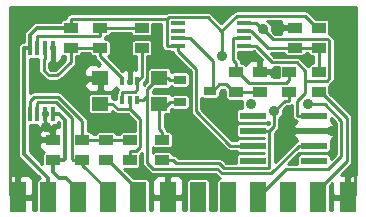
<source format=gtl>
%FSLAX46Y46*%
G04 Gerber Fmt 4.6, Leading zero omitted, Abs format (unit mm)*
G04 Created by KiCad (PCBNEW (2014-09-02 BZR 5112)-product) date 2014-10-14 1:14:18 PM*
%MOMM*%
G01*
G04 APERTURE LIST*
%ADD10C,0.150000*%
%ADD11R,0.299720X1.300480*%
%ADD12R,1.300480X0.299720*%
%ADD13R,0.398780X0.797560*%
%ADD14R,1.000760X0.701040*%
%ADD15R,2.199640X0.599440*%
%ADD16R,1.397000X1.143000*%
%ADD17R,1.143000X0.812800*%
%ADD18R,1.350000X2.500000*%
%ADD19C,0.889000*%
%ADD20C,0.355600*%
%ADD21C,0.254000*%
G04 APERTURE END LIST*
D10*
D11*
X143544600Y-90944000D03*
X144179600Y-90944000D03*
X144840000Y-90944000D03*
X145475000Y-90944000D03*
X145475000Y-85356000D03*
X144827300Y-85356000D03*
X144179600Y-85356000D03*
X143531900Y-85356000D03*
D12*
X161694000Y-85205400D03*
X161694000Y-84570400D03*
X161694000Y-83910000D03*
X161694000Y-83275000D03*
X156106000Y-83275000D03*
X156106000Y-83922700D03*
X156106000Y-84570400D03*
X156106000Y-85218100D03*
D13*
X151352300Y-89797560D03*
X152000000Y-89797560D03*
X152647700Y-89797560D03*
X152647700Y-88202440D03*
X152000000Y-88202440D03*
X151352300Y-88202440D03*
D14*
X158770000Y-89000000D03*
X156230000Y-89952500D03*
X156230000Y-88047500D03*
D15*
X167598420Y-94905000D03*
X167598420Y-93635000D03*
X167598420Y-92365000D03*
X167598420Y-91095000D03*
X162401580Y-91095000D03*
X162401580Y-92365000D03*
X162401580Y-93635000D03*
X162401580Y-94905000D03*
D16*
X154500000Y-87920500D03*
X154500000Y-90079500D03*
X149500000Y-87920500D03*
X149500000Y-90079500D03*
D17*
X150000000Y-94850900D03*
X150000000Y-93149100D03*
X149500000Y-85350900D03*
X149500000Y-83649100D03*
X153000000Y-83649100D03*
X153000000Y-85350900D03*
X147000000Y-85350900D03*
X147000000Y-83649100D03*
X152000000Y-93149100D03*
X152000000Y-94850900D03*
X148000000Y-93149100D03*
X148000000Y-94850900D03*
X154750000Y-93149100D03*
X154750000Y-94850900D03*
X145500000Y-93149100D03*
X145500000Y-94850900D03*
X161000000Y-87399100D03*
X161000000Y-89100900D03*
X168000000Y-89100900D03*
X168000000Y-87399100D03*
X166000000Y-83649100D03*
X166000000Y-85350900D03*
X168000000Y-85350900D03*
X168000000Y-83649100D03*
X163000000Y-87399100D03*
X163000000Y-89100900D03*
X165500000Y-87399100D03*
X165500000Y-89100900D03*
D18*
X142530000Y-98000000D03*
X145070000Y-98000000D03*
X147610000Y-98000000D03*
X150150000Y-98000000D03*
X152690000Y-98000000D03*
X155230000Y-98000000D03*
X157770000Y-98000000D03*
X160310000Y-98000000D03*
X162850000Y-98000000D03*
X165390000Y-98000000D03*
X167930000Y-98000000D03*
X170470000Y-98000000D03*
D19*
X159819000Y-86017500D03*
X163266000Y-83778800D03*
X144920120Y-92099687D03*
X155500000Y-92000000D03*
X151975000Y-87025000D03*
X145500000Y-86925000D03*
X159800000Y-91831600D03*
X159025000Y-96362600D03*
X164281000Y-87550000D03*
X167024000Y-86263400D03*
X164371000Y-83413400D03*
X159825000Y-89825000D03*
X147600000Y-88950000D03*
X169150000Y-92400000D03*
X167051000Y-90121100D03*
X164215000Y-90725900D03*
X162242000Y-90127500D03*
D20*
X143531900Y-85356000D02*
X143531900Y-84304966D01*
X143531900Y-84304966D02*
X144187766Y-83649100D01*
X144187766Y-83649100D02*
X146072900Y-83649100D01*
X146072900Y-83649100D02*
X147000000Y-83649100D01*
X145070000Y-98000000D02*
X145070000Y-96394400D01*
X145070000Y-96394400D02*
X143013739Y-94338139D01*
X143013739Y-94338139D02*
X143013739Y-85368701D01*
X143013739Y-85368701D02*
X143026440Y-85356000D01*
X143026440Y-85356000D02*
X143531900Y-85356000D01*
D21*
X155295000Y-82794500D02*
X155125000Y-82964600D01*
X158624000Y-82794500D02*
X155295000Y-82794500D01*
X159757000Y-83927700D02*
X158624000Y-82794500D01*
X159819000Y-83989700D02*
X159757000Y-83927700D01*
X159819000Y-86017500D02*
X159819000Y-83989700D01*
X155125000Y-85218100D02*
X156106000Y-85218100D01*
X155125000Y-82964600D02*
X155125000Y-85218100D01*
X155073000Y-82912200D02*
X155125000Y-82964600D01*
X147000000Y-82912200D02*
X155073000Y-82912200D01*
X147000000Y-83649100D02*
X147000000Y-82912200D01*
X156106000Y-85622000D02*
X156106000Y-85218100D01*
X157615000Y-87131300D02*
X156106000Y-85622000D01*
X157615000Y-90743500D02*
X157615000Y-87131300D01*
X160507000Y-93635000D02*
X157615000Y-90743500D01*
X162401600Y-93635000D02*
X160507000Y-93635000D01*
X161046000Y-82638700D02*
X159757000Y-83927700D01*
X166825000Y-82638700D02*
X161046000Y-82638700D01*
X167835000Y-83649100D02*
X166825000Y-82638700D01*
X168000000Y-83649100D02*
X167835000Y-83649100D01*
X162402000Y-93635000D02*
X162401600Y-93635000D01*
X143532000Y-85356000D02*
X143532000Y-84865600D01*
X143531900Y-84865700D02*
X143531900Y-85356000D01*
X143532000Y-84865600D02*
X143531900Y-84865700D01*
D20*
X145475000Y-90944000D02*
X145980460Y-90944000D01*
X145980460Y-90944000D02*
X146500000Y-91463540D01*
X146500000Y-91463540D02*
X146500000Y-94778000D01*
X146500000Y-94778000D02*
X146427100Y-94850900D01*
X146427100Y-94850900D02*
X145500000Y-94850900D01*
X145500000Y-94850900D02*
X145500000Y-95890000D01*
X146004400Y-96394400D02*
X146579400Y-96394400D01*
X145500000Y-95890000D02*
X146004400Y-96394400D01*
X146579400Y-96394400D02*
X147610000Y-97425000D01*
X147610000Y-97425000D02*
X147610000Y-98000000D01*
D21*
X163178000Y-83778800D02*
X163266000Y-83778800D01*
X162675000Y-83275000D02*
X163178000Y-83778800D01*
X161694000Y-83275000D02*
X162675000Y-83275000D01*
X166868000Y-87307200D02*
X166868000Y-88136100D01*
X166129000Y-86567900D02*
X166868000Y-87307200D01*
X164037000Y-86567900D02*
X166129000Y-86567900D01*
X162675000Y-85205400D02*
X164037000Y-86567900D01*
X161694000Y-85205400D02*
X162675000Y-85205400D01*
X168711000Y-88136100D02*
X166868000Y-88136100D01*
X168902000Y-87945400D02*
X168711000Y-88136100D01*
X168902000Y-84769500D02*
X168902000Y-87945400D01*
X168746000Y-84613900D02*
X168902000Y-84769500D01*
X164101000Y-84613900D02*
X168746000Y-84613900D01*
X163266000Y-83778800D02*
X164101000Y-84613900D01*
X166868000Y-89207700D02*
X166868000Y-88136100D01*
X166168000Y-89907700D02*
X166868000Y-89207700D01*
X166168000Y-91095000D02*
X166168000Y-89907700D01*
X167598000Y-91095000D02*
X166168000Y-91095000D01*
X167598000Y-91095000D02*
X167598400Y-91095000D01*
X145576000Y-90944000D02*
X145475000Y-90944000D01*
X144840000Y-90944000D02*
X144840000Y-92019567D01*
X144840000Y-92019567D02*
X144920120Y-92099687D01*
X145500000Y-93149100D02*
X145500000Y-92679567D01*
X145500000Y-92679567D02*
X144920120Y-92099687D01*
X141900000Y-82100000D02*
X141900000Y-97795000D01*
X142050000Y-81950000D02*
X141900000Y-82100000D01*
X170950000Y-81950000D02*
X142050000Y-81950000D01*
X171100000Y-82100000D02*
X170950000Y-81950000D01*
X171100000Y-97795000D02*
X171100000Y-82100000D01*
X152000000Y-87050000D02*
X151975000Y-87025000D01*
X152000000Y-88202400D02*
X152000000Y-87050000D01*
X145475000Y-86900000D02*
X145500000Y-86925000D01*
X145475000Y-85356000D02*
X145475000Y-86900000D01*
X159800000Y-89850000D02*
X159825000Y-89825000D01*
X159800000Y-91675000D02*
X159800000Y-89850000D01*
X164130000Y-87399100D02*
X164281000Y-87550000D01*
X163000000Y-87399100D02*
X164130000Y-87399100D01*
X164606000Y-83649100D02*
X164371000Y-83413400D01*
X166000000Y-83649100D02*
X164606000Y-83649100D01*
X148630000Y-87920500D02*
X147600000Y-88950000D01*
X149500000Y-87920500D02*
X148630000Y-87920500D01*
X167598000Y-92365000D02*
X167598400Y-92365000D01*
X169115000Y-92365000D02*
X169150000Y-92400000D01*
X167598400Y-92365000D02*
X169115000Y-92365000D01*
X148000000Y-95275000D02*
X148000000Y-94850900D01*
X150150000Y-97425000D02*
X148000000Y-95275000D01*
X150150000Y-98000000D02*
X150150000Y-97425000D01*
X144180000Y-90944000D02*
X144180000Y-90491900D01*
X147174000Y-94850900D02*
X148000000Y-94850900D01*
X147098000Y-94774700D02*
X147174000Y-94850900D01*
X147098000Y-91290000D02*
X147098000Y-94774700D01*
X145758000Y-89949900D02*
X147098000Y-91290000D01*
X144269000Y-89949900D02*
X145758000Y-89949900D01*
X144180000Y-90039800D02*
X144269000Y-89949900D01*
X144180000Y-90491900D02*
X144180000Y-90039800D01*
X144179600Y-90492300D02*
X144179600Y-90944000D01*
X144180000Y-90491900D02*
X144179600Y-90492300D01*
X168508000Y-90121100D02*
X167051000Y-90121100D01*
X169925000Y-91538300D02*
X168508000Y-90121100D01*
X169925000Y-94525300D02*
X169925000Y-91538300D01*
X168800000Y-95650000D02*
X169925000Y-94525300D01*
X165200000Y-95650000D02*
X168800000Y-95650000D01*
X162850000Y-98000000D02*
X165200000Y-95650000D01*
X164215000Y-91981900D02*
X163832000Y-92365000D01*
X164215000Y-90725900D02*
X164215000Y-91981900D01*
X165103000Y-89837800D02*
X164215000Y-90725900D01*
X165500000Y-89837800D02*
X165103000Y-89837800D01*
X165500000Y-89100900D02*
X165500000Y-89837800D01*
X163832000Y-95468900D02*
X163832000Y-92365000D01*
X163766000Y-95534900D02*
X163832000Y-95468900D01*
X159985000Y-95534900D02*
X163766000Y-95534900D01*
X159581000Y-95130700D02*
X159985000Y-95534900D01*
X155932000Y-95130700D02*
X159581000Y-95130700D01*
X155652000Y-94850900D02*
X155932000Y-95130700D01*
X154750000Y-94850900D02*
X155652000Y-94850900D01*
X162402000Y-92365000D02*
X163832000Y-92365000D01*
X162402000Y-92365000D02*
X162401600Y-92365000D01*
X168165000Y-89100900D02*
X168000000Y-89100900D01*
X170382000Y-91317700D02*
X168165000Y-89100900D01*
X170382000Y-94973100D02*
X170382000Y-91317700D01*
X167930000Y-97425000D02*
X170382000Y-94973100D01*
X167930000Y-98000000D02*
X167930000Y-97425000D01*
X150000000Y-93149100D02*
X148000000Y-93149100D01*
X152000000Y-93149100D02*
X150000000Y-93149100D01*
X143545000Y-90944000D02*
X143545000Y-90398700D01*
X148000000Y-91545100D02*
X148000000Y-93149100D01*
X145948000Y-89492700D02*
X148000000Y-91545100D01*
X143905000Y-89492700D02*
X145948000Y-89492700D01*
X143545000Y-89853500D02*
X143905000Y-89492700D01*
X143545000Y-90398700D02*
X143545000Y-89853500D01*
X143544600Y-90399100D02*
X143544600Y-90944000D01*
X143545000Y-90398700D02*
X143544600Y-90399100D01*
X147000000Y-85350900D02*
X149500000Y-85350900D01*
X151352000Y-88202400D02*
X151352000Y-88071200D01*
X149500000Y-86087800D02*
X149500000Y-85350900D01*
X151352000Y-87940100D02*
X149500000Y-86087800D01*
X151352000Y-88071200D02*
X151352000Y-87940100D01*
X151352300Y-88071500D02*
X151352300Y-88202400D01*
X151352000Y-88071200D02*
X151352300Y-88071500D01*
X144827000Y-86260200D02*
X144827000Y-85808100D01*
X144725000Y-86362200D02*
X144827000Y-86260200D01*
X144725000Y-87296900D02*
X144725000Y-86362200D01*
X145128000Y-87699700D02*
X144725000Y-87296900D01*
X145872000Y-87699700D02*
X145128000Y-87699700D01*
X147000000Y-86571600D02*
X145872000Y-87699700D01*
X147000000Y-85350900D02*
X147000000Y-86571600D01*
X144827000Y-85808100D02*
X144827000Y-85356000D01*
X144827300Y-85807800D02*
X144827300Y-85356000D01*
X144827000Y-85808100D02*
X144827300Y-85807800D01*
X153000000Y-83649100D02*
X149500000Y-83649100D01*
X144180000Y-85356000D02*
X144180000Y-84865600D01*
X149500000Y-84386000D02*
X149500000Y-83649100D01*
X146093000Y-84386000D02*
X149500000Y-84386000D01*
X146083000Y-84375300D02*
X146093000Y-84386000D01*
X144180000Y-84375300D02*
X146083000Y-84375300D01*
X144180000Y-84865600D02*
X144180000Y-84375300D01*
X144179600Y-84866000D02*
X144179600Y-85356000D01*
X144180000Y-84865600D02*
X144179600Y-84866000D01*
X166000000Y-85350900D02*
X168000000Y-85350900D01*
X168000000Y-87399100D02*
X168000000Y-85350900D01*
X162301000Y-83910000D02*
X161694000Y-83910000D01*
X163742000Y-85350900D02*
X162301000Y-83910000D01*
X166000000Y-85350900D02*
X163742000Y-85350900D01*
X153471000Y-89427800D02*
X153471000Y-88822600D01*
X154373000Y-87920500D02*
X154500000Y-87920500D01*
X153471000Y-88822600D02*
X154373000Y-87920500D01*
X155272000Y-87920500D02*
X154500000Y-87920500D01*
X155399000Y-88047500D02*
X155272000Y-87920500D01*
X156230000Y-88047500D02*
X155399000Y-88047500D01*
X153471000Y-95074000D02*
X153471000Y-89427800D01*
X153985000Y-95587900D02*
X153471000Y-95074000D01*
X159391000Y-95587900D02*
X153985000Y-95587900D01*
X159796000Y-95992100D02*
X159391000Y-95587900D01*
X163955000Y-95992100D02*
X159796000Y-95992100D01*
X166312000Y-93635000D02*
X163955000Y-95992100D01*
X167598000Y-93635000D02*
X166312000Y-93635000D01*
X153471000Y-89427800D02*
X153471000Y-88822600D01*
X153101000Y-89797600D02*
X153471000Y-89427800D01*
X152648000Y-89797600D02*
X153101000Y-89797600D01*
X152648000Y-89797600D02*
X152647700Y-89797600D01*
X167598400Y-93635000D02*
X167598000Y-93635000D01*
X154500000Y-92238700D02*
X154500000Y-90530500D01*
X154750000Y-92488700D02*
X154500000Y-92238700D01*
X154750000Y-93149100D02*
X154750000Y-92488700D01*
X155399000Y-89952500D02*
X156230000Y-89952500D01*
X154821000Y-90530500D02*
X155399000Y-89952500D01*
X154500000Y-90530500D02*
X154821000Y-90530500D01*
X154500000Y-90079500D02*
X154500000Y-90530500D01*
X160713000Y-84570400D02*
X161694000Y-84570400D01*
X160713000Y-86375500D02*
X160713000Y-84570400D01*
X161000000Y-86662200D02*
X160713000Y-86375500D01*
X161000000Y-87399100D02*
X161000000Y-86662200D01*
X161165000Y-87399100D02*
X161000000Y-87399100D01*
X162091000Y-88324700D02*
X161165000Y-87399100D01*
X165235000Y-88324700D02*
X162091000Y-88324700D01*
X165500000Y-88059500D02*
X165235000Y-88324700D01*
X165500000Y-87399100D02*
X165500000Y-88059500D01*
X157087000Y-84570400D02*
X156106000Y-84570400D01*
X159036000Y-86520000D02*
X157087000Y-84570400D01*
X159036000Y-89000000D02*
X159036000Y-86520000D01*
X158770000Y-89000000D02*
X159036000Y-89000000D01*
X163000000Y-89100900D02*
X161000000Y-89100900D01*
X159596000Y-88440500D02*
X159036000Y-89000000D01*
X160174000Y-88440500D02*
X159596000Y-88440500D01*
X160835000Y-89100900D02*
X160174000Y-88440500D01*
X161000000Y-89100900D02*
X160835000Y-89100900D01*
X153000000Y-87850400D02*
X152824000Y-88026400D01*
X153000000Y-85350900D02*
X153000000Y-87850400D01*
X152823700Y-88026400D02*
X152647700Y-88202400D01*
X152824000Y-88026400D02*
X152823700Y-88026400D01*
X151352000Y-89144800D02*
X151352000Y-89308000D01*
X151429000Y-89068600D02*
X151352000Y-89144800D01*
X152434000Y-89068600D02*
X151429000Y-89068600D01*
X152648000Y-88855200D02*
X152434000Y-89068600D01*
X152648000Y-88202400D02*
X152648000Y-88855200D01*
X152824000Y-88026400D02*
X152648000Y-88202400D01*
X151352000Y-89308000D02*
X151352000Y-89471200D01*
X151352300Y-89308300D02*
X151352300Y-89797600D01*
X151352000Y-89308000D02*
X151352300Y-89308300D01*
X152000000Y-90527000D02*
X152000000Y-89797600D01*
X150976000Y-90527000D02*
X152000000Y-90527000D01*
X150529000Y-90079500D02*
X150976000Y-90527000D01*
X149500000Y-90079500D02*
X150529000Y-90079500D01*
X152902000Y-91429100D02*
X152000000Y-90527000D01*
X152902000Y-93764600D02*
X152902000Y-91429100D01*
X152553000Y-94114000D02*
X152902000Y-93764600D01*
X152000000Y-94114000D02*
X152553000Y-94114000D01*
X152000000Y-94850900D02*
X152000000Y-94114000D01*
X152690000Y-97375800D02*
X152690000Y-98000000D01*
X150165000Y-94850900D02*
X152690000Y-97375800D01*
X150000000Y-94850900D02*
X150165000Y-94850900D01*
X149835000Y-94850900D02*
X150000000Y-94850900D01*
G36*
X144987000Y-91071000D02*
X144914930Y-91071000D01*
X144914930Y-91091000D01*
X144765070Y-91091000D01*
X144765070Y-91071000D01*
X144693000Y-91071000D01*
X144693000Y-90817000D01*
X144765070Y-90817000D01*
X144765070Y-90797000D01*
X144914930Y-90797000D01*
X144914930Y-90817000D01*
X144987000Y-90817000D01*
X144987000Y-90843449D01*
X144967000Y-90944000D01*
X144987000Y-91044550D01*
X144987000Y-91071000D01*
X144987000Y-91071000D01*
G37*
X144987000Y-91071000D02*
X144914930Y-91071000D01*
X144914930Y-91091000D01*
X144765070Y-91091000D01*
X144765070Y-91071000D01*
X144693000Y-91071000D01*
X144693000Y-90817000D01*
X144765070Y-90817000D01*
X144765070Y-90797000D01*
X144914930Y-90797000D01*
X144914930Y-90817000D01*
X144987000Y-90817000D01*
X144987000Y-90843449D01*
X144967000Y-90944000D01*
X144987000Y-91044550D01*
X144987000Y-91071000D01*
G36*
X145992000Y-92107700D02*
X145945191Y-92107700D01*
X145785750Y-92107700D01*
X145627000Y-92266450D01*
X145627000Y-93022100D01*
X145647000Y-93022100D01*
X145647000Y-93276100D01*
X145627000Y-93276100D01*
X145627000Y-93296100D01*
X145373000Y-93296100D01*
X145373000Y-93276100D01*
X144452250Y-93276100D01*
X144293500Y-93434850D01*
X144293500Y-93681809D01*
X144390173Y-93915198D01*
X144568801Y-94093827D01*
X144740910Y-94165116D01*
X144648570Y-94257457D01*
X144598300Y-94378819D01*
X144598300Y-94510181D01*
X144598300Y-95204280D01*
X143521739Y-94127719D01*
X143521739Y-91924440D01*
X143760141Y-91924440D01*
X143862100Y-91882207D01*
X143964059Y-91924440D01*
X144095421Y-91924440D01*
X144139594Y-91924440D01*
X144151813Y-91953939D01*
X144330442Y-92132567D01*
X144549761Y-92223412D01*
X144390173Y-92383002D01*
X144293500Y-92616391D01*
X144293500Y-92863350D01*
X144452250Y-93022100D01*
X145373000Y-93022100D01*
X145373000Y-92266450D01*
X145271464Y-92164914D01*
X145349558Y-92132567D01*
X145528187Y-91953939D01*
X145540405Y-91924440D01*
X145690541Y-91924440D01*
X145811903Y-91874170D01*
X145904790Y-91781283D01*
X145955060Y-91659921D01*
X145955060Y-91637020D01*
X145992000Y-91673960D01*
X145992000Y-92107700D01*
X145992000Y-92107700D01*
G37*
X145992000Y-92107700D02*
X145945191Y-92107700D01*
X145785750Y-92107700D01*
X145627000Y-92266450D01*
X145627000Y-93022100D01*
X145647000Y-93022100D01*
X145647000Y-93276100D01*
X145627000Y-93276100D01*
X145627000Y-93296100D01*
X145373000Y-93296100D01*
X145373000Y-93276100D01*
X144452250Y-93276100D01*
X144293500Y-93434850D01*
X144293500Y-93681809D01*
X144390173Y-93915198D01*
X144568801Y-94093827D01*
X144740910Y-94165116D01*
X144648570Y-94257457D01*
X144598300Y-94378819D01*
X144598300Y-94510181D01*
X144598300Y-95204280D01*
X143521739Y-94127719D01*
X143521739Y-91924440D01*
X143760141Y-91924440D01*
X143862100Y-91882207D01*
X143964059Y-91924440D01*
X144095421Y-91924440D01*
X144139594Y-91924440D01*
X144151813Y-91953939D01*
X144330442Y-92132567D01*
X144549761Y-92223412D01*
X144390173Y-92383002D01*
X144293500Y-92616391D01*
X144293500Y-92863350D01*
X144452250Y-93022100D01*
X145373000Y-93022100D01*
X145373000Y-92266450D01*
X145271464Y-92164914D01*
X145349558Y-92132567D01*
X145528187Y-91953939D01*
X145540405Y-91924440D01*
X145690541Y-91924440D01*
X145811903Y-91874170D01*
X145904790Y-91781283D01*
X145955060Y-91659921D01*
X145955060Y-91637020D01*
X145992000Y-91673960D01*
X145992000Y-92107700D01*
G36*
X146542800Y-86382233D02*
X145682609Y-87242500D01*
X145317311Y-87242500D01*
X145182200Y-87107455D01*
X145182200Y-86634351D01*
X145198831Y-86641240D01*
X145241320Y-86641240D01*
X145400070Y-86482490D01*
X145400070Y-85483000D01*
X145328000Y-85483000D01*
X145328000Y-85229000D01*
X145400070Y-85229000D01*
X145400070Y-85209000D01*
X145549930Y-85209000D01*
X145549930Y-85229000D01*
X145622000Y-85229000D01*
X145622000Y-85483000D01*
X145549930Y-85483000D01*
X145549930Y-86482490D01*
X145708680Y-86641240D01*
X145751169Y-86641240D01*
X145984558Y-86544567D01*
X146163187Y-86365939D01*
X146259860Y-86132550D01*
X146259860Y-86044852D01*
X146362819Y-86087500D01*
X146494181Y-86087500D01*
X146542800Y-86087500D01*
X146542800Y-86382233D01*
X146542800Y-86382233D01*
G37*
X146542800Y-86382233D02*
X145682609Y-87242500D01*
X145317311Y-87242500D01*
X145182200Y-87107455D01*
X145182200Y-86634351D01*
X145198831Y-86641240D01*
X145241320Y-86641240D01*
X145400070Y-86482490D01*
X145400070Y-85483000D01*
X145328000Y-85483000D01*
X145328000Y-85229000D01*
X145400070Y-85229000D01*
X145400070Y-85209000D01*
X145549930Y-85209000D01*
X145549930Y-85229000D01*
X145622000Y-85229000D01*
X145622000Y-85483000D01*
X145549930Y-85483000D01*
X145549930Y-86482490D01*
X145708680Y-86641240D01*
X145751169Y-86641240D01*
X145984558Y-86544567D01*
X146163187Y-86365939D01*
X146259860Y-86132550D01*
X146259860Y-86044852D01*
X146362819Y-86087500D01*
X146494181Y-86087500D01*
X146542800Y-86087500D01*
X146542800Y-86382233D01*
G36*
X152444800Y-92412500D02*
X151362819Y-92412500D01*
X151241457Y-92462770D01*
X151148570Y-92555657D01*
X151098300Y-92677019D01*
X151098300Y-92691900D01*
X150901700Y-92691900D01*
X150901700Y-92677019D01*
X150851430Y-92555657D01*
X150758543Y-92462770D01*
X150637181Y-92412500D01*
X150505819Y-92412500D01*
X149362819Y-92412500D01*
X149241457Y-92462770D01*
X149148570Y-92555657D01*
X149098300Y-92677019D01*
X149098300Y-92691900D01*
X148901700Y-92691900D01*
X148901700Y-92677019D01*
X148851430Y-92555657D01*
X148758543Y-92462770D01*
X148637181Y-92412500D01*
X148505819Y-92412500D01*
X148457200Y-92412500D01*
X148457200Y-91545144D01*
X148457200Y-91545100D01*
X148439899Y-91458121D01*
X148422415Y-91370178D01*
X148422402Y-91370159D01*
X148422398Y-91370137D01*
X148374903Y-91299057D01*
X148323321Y-91221842D01*
X146271321Y-89169442D01*
X146271300Y-89169428D01*
X146271289Y-89169411D01*
X146200043Y-89121805D01*
X146123004Y-89070319D01*
X146122981Y-89070314D01*
X146122963Y-89070302D01*
X146036047Y-89053013D01*
X145948045Y-89035500D01*
X145948022Y-89035504D01*
X145948000Y-89035500D01*
X143905000Y-89035500D01*
X143904744Y-89035550D01*
X143904493Y-89035501D01*
X143817406Y-89052923D01*
X143730037Y-89070302D01*
X143729823Y-89070444D01*
X143729568Y-89070496D01*
X143655380Y-89120186D01*
X143581711Y-89169411D01*
X143581567Y-89169625D01*
X143581352Y-89169770D01*
X143521739Y-89229515D01*
X143521739Y-86336440D01*
X143747441Y-86336440D01*
X143855750Y-86291576D01*
X143964059Y-86336440D01*
X144095421Y-86336440D01*
X144272923Y-86336440D01*
X144267800Y-86362200D01*
X144267800Y-87296900D01*
X144267811Y-87296956D01*
X144267800Y-87297013D01*
X144285364Y-87385201D01*
X144302602Y-87471863D01*
X144302633Y-87471910D01*
X144302645Y-87471968D01*
X144352784Y-87546966D01*
X144401711Y-87620189D01*
X144401758Y-87620221D01*
X144401791Y-87620269D01*
X144804791Y-88023070D01*
X144880880Y-88073884D01*
X144953037Y-88122098D01*
X144953092Y-88122109D01*
X144953142Y-88122142D01*
X145041465Y-88139687D01*
X145128000Y-88156900D01*
X145128114Y-88156900D01*
X145872000Y-88156900D01*
X145872009Y-88156898D01*
X145872020Y-88156900D01*
X145956913Y-88140009D01*
X146046963Y-88122098D01*
X146046971Y-88122091D01*
X146046982Y-88122090D01*
X146127284Y-88068428D01*
X146195289Y-88022989D01*
X146195293Y-88022981D01*
X146195304Y-88022975D01*
X147323289Y-86894889D01*
X147323304Y-86894875D01*
X147377406Y-86813896D01*
X147422398Y-86746563D01*
X147422399Y-86746552D01*
X147422406Y-86746544D01*
X147439893Y-86658607D01*
X147457200Y-86571600D01*
X147457200Y-86571579D01*
X147457200Y-86087500D01*
X147637181Y-86087500D01*
X147758543Y-86037230D01*
X147851430Y-85944343D01*
X147901700Y-85822981D01*
X147901700Y-85808100D01*
X148598300Y-85808100D01*
X148598300Y-85822981D01*
X148648570Y-85944343D01*
X148741457Y-86037230D01*
X148862819Y-86087500D01*
X148994181Y-86087500D01*
X149042800Y-86087500D01*
X149042800Y-86087763D01*
X149042800Y-86087800D01*
X149060340Y-86175981D01*
X149077588Y-86262729D01*
X149077598Y-86262744D01*
X149077602Y-86262763D01*
X149127396Y-86337285D01*
X149176685Y-86411063D01*
X149176711Y-86411089D01*
X149479573Y-86714000D01*
X149372998Y-86714000D01*
X149372998Y-86872748D01*
X149214250Y-86714000D01*
X148927809Y-86714000D01*
X148675190Y-86714000D01*
X148441801Y-86810673D01*
X148263173Y-86989302D01*
X148166500Y-87222691D01*
X148166500Y-87634750D01*
X148325250Y-87793500D01*
X149373000Y-87793500D01*
X149373000Y-87773500D01*
X149627000Y-87773500D01*
X149627000Y-87793500D01*
X149647000Y-87793500D01*
X149647000Y-88047500D01*
X149627000Y-88047500D01*
X149627000Y-88968250D01*
X149785750Y-89127000D01*
X150072191Y-89127000D01*
X150324810Y-89127000D01*
X150558199Y-89030327D01*
X150736827Y-88851698D01*
X150822710Y-88644358D01*
X150822710Y-88666901D01*
X150872980Y-88788263D01*
X150965867Y-88881150D01*
X150983876Y-88888609D01*
X150979847Y-88894639D01*
X150930521Y-88967634D01*
X150930277Y-88968826D01*
X150929602Y-88969837D01*
X150912419Y-89056221D01*
X150894807Y-89142413D01*
X150895037Y-89143605D01*
X150894800Y-89144800D01*
X150894800Y-89189917D01*
X150872980Y-89211737D01*
X150822710Y-89333099D01*
X150822710Y-89464461D01*
X150822710Y-89736446D01*
X150778107Y-89706643D01*
X150704199Y-89657200D01*
X150704071Y-89657174D01*
X150703963Y-89657102D01*
X150616610Y-89639726D01*
X150529256Y-89622300D01*
X150529127Y-89622325D01*
X150529000Y-89622300D01*
X150528700Y-89622300D01*
X150528700Y-89442319D01*
X150478430Y-89320957D01*
X150385543Y-89228070D01*
X150264181Y-89177800D01*
X150132819Y-89177800D01*
X149373000Y-89177800D01*
X149373000Y-88968250D01*
X149373000Y-88047500D01*
X148325250Y-88047500D01*
X148166500Y-88206250D01*
X148166500Y-88618309D01*
X148263173Y-88851698D01*
X148441801Y-89030327D01*
X148675190Y-89127000D01*
X148927809Y-89127000D01*
X149214250Y-89127000D01*
X149373000Y-88968250D01*
X149373000Y-89177800D01*
X148735819Y-89177800D01*
X148614457Y-89228070D01*
X148521570Y-89320957D01*
X148471300Y-89442319D01*
X148471300Y-89573681D01*
X148471300Y-90716681D01*
X148521570Y-90838043D01*
X148614457Y-90930930D01*
X148735819Y-90981200D01*
X148867181Y-90981200D01*
X150264181Y-90981200D01*
X150385543Y-90930930D01*
X150478430Y-90838043D01*
X150525930Y-90723366D01*
X150652530Y-90850108D01*
X150652638Y-90850180D01*
X150652711Y-90850289D01*
X150726892Y-90899856D01*
X150800801Y-90949300D01*
X150800928Y-90949325D01*
X150801037Y-90949398D01*
X150888389Y-90966773D01*
X150975744Y-90984200D01*
X150975872Y-90984174D01*
X150976000Y-90984200D01*
X151810607Y-90984200D01*
X152444800Y-91618463D01*
X152444800Y-92412500D01*
X152444800Y-92412500D01*
G37*
X152444800Y-92412500D02*
X151362819Y-92412500D01*
X151241457Y-92462770D01*
X151148570Y-92555657D01*
X151098300Y-92677019D01*
X151098300Y-92691900D01*
X150901700Y-92691900D01*
X150901700Y-92677019D01*
X150851430Y-92555657D01*
X150758543Y-92462770D01*
X150637181Y-92412500D01*
X150505819Y-92412500D01*
X149362819Y-92412500D01*
X149241457Y-92462770D01*
X149148570Y-92555657D01*
X149098300Y-92677019D01*
X149098300Y-92691900D01*
X148901700Y-92691900D01*
X148901700Y-92677019D01*
X148851430Y-92555657D01*
X148758543Y-92462770D01*
X148637181Y-92412500D01*
X148505819Y-92412500D01*
X148457200Y-92412500D01*
X148457200Y-91545144D01*
X148457200Y-91545100D01*
X148439899Y-91458121D01*
X148422415Y-91370178D01*
X148422402Y-91370159D01*
X148422398Y-91370137D01*
X148374903Y-91299057D01*
X148323321Y-91221842D01*
X146271321Y-89169442D01*
X146271300Y-89169428D01*
X146271289Y-89169411D01*
X146200043Y-89121805D01*
X146123004Y-89070319D01*
X146122981Y-89070314D01*
X146122963Y-89070302D01*
X146036047Y-89053013D01*
X145948045Y-89035500D01*
X145948022Y-89035504D01*
X145948000Y-89035500D01*
X143905000Y-89035500D01*
X143904744Y-89035550D01*
X143904493Y-89035501D01*
X143817406Y-89052923D01*
X143730037Y-89070302D01*
X143729823Y-89070444D01*
X143729568Y-89070496D01*
X143655380Y-89120186D01*
X143581711Y-89169411D01*
X143581567Y-89169625D01*
X143581352Y-89169770D01*
X143521739Y-89229515D01*
X143521739Y-86336440D01*
X143747441Y-86336440D01*
X143855750Y-86291576D01*
X143964059Y-86336440D01*
X144095421Y-86336440D01*
X144272923Y-86336440D01*
X144267800Y-86362200D01*
X144267800Y-87296900D01*
X144267811Y-87296956D01*
X144267800Y-87297013D01*
X144285364Y-87385201D01*
X144302602Y-87471863D01*
X144302633Y-87471910D01*
X144302645Y-87471968D01*
X144352784Y-87546966D01*
X144401711Y-87620189D01*
X144401758Y-87620221D01*
X144401791Y-87620269D01*
X144804791Y-88023070D01*
X144880880Y-88073884D01*
X144953037Y-88122098D01*
X144953092Y-88122109D01*
X144953142Y-88122142D01*
X145041465Y-88139687D01*
X145128000Y-88156900D01*
X145128114Y-88156900D01*
X145872000Y-88156900D01*
X145872009Y-88156898D01*
X145872020Y-88156900D01*
X145956913Y-88140009D01*
X146046963Y-88122098D01*
X146046971Y-88122091D01*
X146046982Y-88122090D01*
X146127284Y-88068428D01*
X146195289Y-88022989D01*
X146195293Y-88022981D01*
X146195304Y-88022975D01*
X147323289Y-86894889D01*
X147323304Y-86894875D01*
X147377406Y-86813896D01*
X147422398Y-86746563D01*
X147422399Y-86746552D01*
X147422406Y-86746544D01*
X147439893Y-86658607D01*
X147457200Y-86571600D01*
X147457200Y-86571579D01*
X147457200Y-86087500D01*
X147637181Y-86087500D01*
X147758543Y-86037230D01*
X147851430Y-85944343D01*
X147901700Y-85822981D01*
X147901700Y-85808100D01*
X148598300Y-85808100D01*
X148598300Y-85822981D01*
X148648570Y-85944343D01*
X148741457Y-86037230D01*
X148862819Y-86087500D01*
X148994181Y-86087500D01*
X149042800Y-86087500D01*
X149042800Y-86087763D01*
X149042800Y-86087800D01*
X149060340Y-86175981D01*
X149077588Y-86262729D01*
X149077598Y-86262744D01*
X149077602Y-86262763D01*
X149127396Y-86337285D01*
X149176685Y-86411063D01*
X149176711Y-86411089D01*
X149479573Y-86714000D01*
X149372998Y-86714000D01*
X149372998Y-86872748D01*
X149214250Y-86714000D01*
X148927809Y-86714000D01*
X148675190Y-86714000D01*
X148441801Y-86810673D01*
X148263173Y-86989302D01*
X148166500Y-87222691D01*
X148166500Y-87634750D01*
X148325250Y-87793500D01*
X149373000Y-87793500D01*
X149373000Y-87773500D01*
X149627000Y-87773500D01*
X149627000Y-87793500D01*
X149647000Y-87793500D01*
X149647000Y-88047500D01*
X149627000Y-88047500D01*
X149627000Y-88968250D01*
X149785750Y-89127000D01*
X150072191Y-89127000D01*
X150324810Y-89127000D01*
X150558199Y-89030327D01*
X150736827Y-88851698D01*
X150822710Y-88644358D01*
X150822710Y-88666901D01*
X150872980Y-88788263D01*
X150965867Y-88881150D01*
X150983876Y-88888609D01*
X150979847Y-88894639D01*
X150930521Y-88967634D01*
X150930277Y-88968826D01*
X150929602Y-88969837D01*
X150912419Y-89056221D01*
X150894807Y-89142413D01*
X150895037Y-89143605D01*
X150894800Y-89144800D01*
X150894800Y-89189917D01*
X150872980Y-89211737D01*
X150822710Y-89333099D01*
X150822710Y-89464461D01*
X150822710Y-89736446D01*
X150778107Y-89706643D01*
X150704199Y-89657200D01*
X150704071Y-89657174D01*
X150703963Y-89657102D01*
X150616610Y-89639726D01*
X150529256Y-89622300D01*
X150529127Y-89622325D01*
X150529000Y-89622300D01*
X150528700Y-89622300D01*
X150528700Y-89442319D01*
X150478430Y-89320957D01*
X150385543Y-89228070D01*
X150264181Y-89177800D01*
X150132819Y-89177800D01*
X149373000Y-89177800D01*
X149373000Y-88968250D01*
X149373000Y-88047500D01*
X148325250Y-88047500D01*
X148166500Y-88206250D01*
X148166500Y-88618309D01*
X148263173Y-88851698D01*
X148441801Y-89030327D01*
X148675190Y-89127000D01*
X148927809Y-89127000D01*
X149214250Y-89127000D01*
X149373000Y-88968250D01*
X149373000Y-89177800D01*
X148735819Y-89177800D01*
X148614457Y-89228070D01*
X148521570Y-89320957D01*
X148471300Y-89442319D01*
X148471300Y-89573681D01*
X148471300Y-90716681D01*
X148521570Y-90838043D01*
X148614457Y-90930930D01*
X148735819Y-90981200D01*
X148867181Y-90981200D01*
X150264181Y-90981200D01*
X150385543Y-90930930D01*
X150478430Y-90838043D01*
X150525930Y-90723366D01*
X150652530Y-90850108D01*
X150652638Y-90850180D01*
X150652711Y-90850289D01*
X150726892Y-90899856D01*
X150800801Y-90949300D01*
X150800928Y-90949325D01*
X150801037Y-90949398D01*
X150888389Y-90966773D01*
X150975744Y-90984200D01*
X150975872Y-90984174D01*
X150976000Y-90984200D01*
X151810607Y-90984200D01*
X152444800Y-91618463D01*
X152444800Y-92412500D01*
G36*
X159647375Y-96419800D02*
X159569319Y-96419800D01*
X159447957Y-96470070D01*
X159355070Y-96562957D01*
X159304800Y-96684319D01*
X159304800Y-96815681D01*
X159304800Y-99119800D01*
X158775200Y-99119800D01*
X158775200Y-96684319D01*
X158724930Y-96562957D01*
X158632043Y-96470070D01*
X158510681Y-96419800D01*
X158379319Y-96419800D01*
X157029319Y-96419800D01*
X156907957Y-96470070D01*
X156815070Y-96562957D01*
X156764800Y-96684319D01*
X156764800Y-96815681D01*
X156764800Y-99119800D01*
X156540000Y-99119800D01*
X156540000Y-98285750D01*
X156540000Y-97714250D01*
X156540000Y-96876309D01*
X156540000Y-96623690D01*
X156443327Y-96390301D01*
X156264698Y-96211673D01*
X156031309Y-96115000D01*
X155515750Y-96115000D01*
X155357000Y-96273750D01*
X155357000Y-97873000D01*
X156381250Y-97873000D01*
X156540000Y-97714250D01*
X156540000Y-98285750D01*
X156381250Y-98127000D01*
X155357000Y-98127000D01*
X155357000Y-98147000D01*
X155103000Y-98147000D01*
X155103000Y-98127000D01*
X155103000Y-97873000D01*
X155103000Y-96273750D01*
X154944250Y-96115000D01*
X154428691Y-96115000D01*
X154195302Y-96211673D01*
X154016673Y-96390301D01*
X153920000Y-96623690D01*
X153920000Y-96876309D01*
X153920000Y-97714250D01*
X154078750Y-97873000D01*
X155103000Y-97873000D01*
X155103000Y-98127000D01*
X154078750Y-98127000D01*
X153920000Y-98285750D01*
X153920000Y-99119800D01*
X153695200Y-99119800D01*
X153695200Y-96684319D01*
X153644930Y-96562957D01*
X153552043Y-96470070D01*
X153430681Y-96419800D01*
X153299319Y-96419800D01*
X152380553Y-96419800D01*
X151548220Y-95587500D01*
X152637181Y-95587500D01*
X152758543Y-95537230D01*
X152851430Y-95444343D01*
X152901700Y-95322981D01*
X152901700Y-95191619D01*
X152901700Y-94411849D01*
X153013800Y-94299620D01*
X153013800Y-95074000D01*
X153013804Y-95074021D01*
X153013800Y-95074044D01*
X153031117Y-95161063D01*
X153048602Y-95248963D01*
X153048614Y-95248981D01*
X153048619Y-95249004D01*
X153100105Y-95326043D01*
X153147711Y-95397289D01*
X153147728Y-95397300D01*
X153147742Y-95397321D01*
X153661742Y-95911221D01*
X153738957Y-95962803D01*
X153810037Y-96010298D01*
X153810059Y-96010302D01*
X153810078Y-96010315D01*
X153898021Y-96027799D01*
X153985000Y-96045100D01*
X153985044Y-96045100D01*
X159201886Y-96045100D01*
X159473030Y-96315709D01*
X159547433Y-96365317D01*
X159621037Y-96414498D01*
X159621262Y-96414542D01*
X159621455Y-96414671D01*
X159647375Y-96419800D01*
X159647375Y-96419800D01*
G37*
X159647375Y-96419800D02*
X159569319Y-96419800D01*
X159447957Y-96470070D01*
X159355070Y-96562957D01*
X159304800Y-96684319D01*
X159304800Y-96815681D01*
X159304800Y-99119800D01*
X158775200Y-99119800D01*
X158775200Y-96684319D01*
X158724930Y-96562957D01*
X158632043Y-96470070D01*
X158510681Y-96419800D01*
X158379319Y-96419800D01*
X157029319Y-96419800D01*
X156907957Y-96470070D01*
X156815070Y-96562957D01*
X156764800Y-96684319D01*
X156764800Y-96815681D01*
X156764800Y-99119800D01*
X156540000Y-99119800D01*
X156540000Y-98285750D01*
X156540000Y-97714250D01*
X156540000Y-96876309D01*
X156540000Y-96623690D01*
X156443327Y-96390301D01*
X156264698Y-96211673D01*
X156031309Y-96115000D01*
X155515750Y-96115000D01*
X155357000Y-96273750D01*
X155357000Y-97873000D01*
X156381250Y-97873000D01*
X156540000Y-97714250D01*
X156540000Y-98285750D01*
X156381250Y-98127000D01*
X155357000Y-98127000D01*
X155357000Y-98147000D01*
X155103000Y-98147000D01*
X155103000Y-98127000D01*
X155103000Y-97873000D01*
X155103000Y-96273750D01*
X154944250Y-96115000D01*
X154428691Y-96115000D01*
X154195302Y-96211673D01*
X154016673Y-96390301D01*
X153920000Y-96623690D01*
X153920000Y-96876309D01*
X153920000Y-97714250D01*
X154078750Y-97873000D01*
X155103000Y-97873000D01*
X155103000Y-98127000D01*
X154078750Y-98127000D01*
X153920000Y-98285750D01*
X153920000Y-99119800D01*
X153695200Y-99119800D01*
X153695200Y-96684319D01*
X153644930Y-96562957D01*
X153552043Y-96470070D01*
X153430681Y-96419800D01*
X153299319Y-96419800D01*
X152380553Y-96419800D01*
X151548220Y-95587500D01*
X152637181Y-95587500D01*
X152758543Y-95537230D01*
X152851430Y-95444343D01*
X152901700Y-95322981D01*
X152901700Y-95191619D01*
X152901700Y-94411849D01*
X153013800Y-94299620D01*
X153013800Y-95074000D01*
X153013804Y-95074021D01*
X153013800Y-95074044D01*
X153031117Y-95161063D01*
X153048602Y-95248963D01*
X153048614Y-95248981D01*
X153048619Y-95249004D01*
X153100105Y-95326043D01*
X153147711Y-95397289D01*
X153147728Y-95397300D01*
X153147742Y-95397321D01*
X153661742Y-95911221D01*
X153738957Y-95962803D01*
X153810037Y-96010298D01*
X153810059Y-96010302D01*
X153810078Y-96010315D01*
X153898021Y-96027799D01*
X153985000Y-96045100D01*
X153985044Y-96045100D01*
X159201886Y-96045100D01*
X159473030Y-96315709D01*
X159547433Y-96365317D01*
X159621037Y-96414498D01*
X159621262Y-96414542D01*
X159621455Y-96414671D01*
X159647375Y-96419800D01*
G36*
X163374800Y-94275080D02*
X161236079Y-94275080D01*
X161114717Y-94325350D01*
X161021830Y-94418237D01*
X160971560Y-94539599D01*
X160971560Y-94670961D01*
X160971560Y-95077700D01*
X160174444Y-95077700D01*
X159904369Y-94807491D01*
X159904321Y-94807458D01*
X159904289Y-94807411D01*
X159830142Y-94757867D01*
X159756067Y-94708345D01*
X159756010Y-94708333D01*
X159755963Y-94708302D01*
X159668909Y-94690986D01*
X159581113Y-94673500D01*
X159581056Y-94673511D01*
X159581000Y-94673500D01*
X156121282Y-94673500D01*
X155975174Y-94527495D01*
X155900742Y-94477800D01*
X155826963Y-94428502D01*
X155826880Y-94428485D01*
X155826812Y-94428440D01*
X155739946Y-94411193D01*
X155652000Y-94393700D01*
X155651837Y-94393700D01*
X155651700Y-94393700D01*
X155651700Y-94378819D01*
X155601430Y-94257457D01*
X155508543Y-94164570D01*
X155387181Y-94114300D01*
X155255819Y-94114300D01*
X154112819Y-94114300D01*
X153991457Y-94164570D01*
X153928200Y-94227827D01*
X153928200Y-93772173D01*
X153991457Y-93835430D01*
X154112819Y-93885700D01*
X154244181Y-93885700D01*
X155387181Y-93885700D01*
X155508543Y-93835430D01*
X155601430Y-93742543D01*
X155651700Y-93621181D01*
X155651700Y-93489819D01*
X155651700Y-92677019D01*
X155601430Y-92555657D01*
X155508543Y-92462770D01*
X155387181Y-92412500D01*
X155255819Y-92412500D01*
X155192043Y-92412500D01*
X155172398Y-92313737D01*
X155073289Y-92165411D01*
X154957200Y-92049322D01*
X154957200Y-90981200D01*
X155264181Y-90981200D01*
X155385543Y-90930930D01*
X155478430Y-90838043D01*
X155528700Y-90716681D01*
X155528700Y-90585319D01*
X155528700Y-90569073D01*
X155542577Y-90582950D01*
X155663939Y-90633220D01*
X155795301Y-90633220D01*
X156796061Y-90633220D01*
X156917423Y-90582950D01*
X157010310Y-90490063D01*
X157060580Y-90368701D01*
X157060580Y-90237339D01*
X157060580Y-89536299D01*
X157010310Y-89414937D01*
X156917423Y-89322050D01*
X156796061Y-89271780D01*
X156664699Y-89271780D01*
X155663939Y-89271780D01*
X155542577Y-89322050D01*
X155497538Y-89367088D01*
X155478430Y-89320957D01*
X155385543Y-89228070D01*
X155264181Y-89177800D01*
X155132819Y-89177800D01*
X153928200Y-89177800D01*
X153928200Y-89011963D01*
X154117942Y-88822200D01*
X155264181Y-88822200D01*
X155385543Y-88771930D01*
X155478430Y-88679043D01*
X155497538Y-88632911D01*
X155542577Y-88677950D01*
X155663939Y-88728220D01*
X155795301Y-88728220D01*
X156796061Y-88728220D01*
X156917423Y-88677950D01*
X157010310Y-88585063D01*
X157060580Y-88463701D01*
X157060580Y-88332339D01*
X157060580Y-87631299D01*
X157010310Y-87509937D01*
X156917423Y-87417050D01*
X156796061Y-87366780D01*
X156664699Y-87366780D01*
X155663939Y-87366780D01*
X155542577Y-87417050D01*
X155528700Y-87430927D01*
X155528700Y-87283319D01*
X155478430Y-87161957D01*
X155385543Y-87069070D01*
X155264181Y-87018800D01*
X155132819Y-87018800D01*
X153735819Y-87018800D01*
X153614457Y-87069070D01*
X153521570Y-87161957D01*
X153471300Y-87283319D01*
X153471300Y-87414681D01*
X153471300Y-88175686D01*
X153177290Y-88469728D01*
X153177290Y-88319688D01*
X153323289Y-88173689D01*
X153323290Y-88173689D01*
X153422398Y-88025363D01*
X153457200Y-87850400D01*
X153457200Y-86087500D01*
X153637181Y-86087500D01*
X153758543Y-86037230D01*
X153851430Y-85944343D01*
X153901700Y-85822981D01*
X153901700Y-85691619D01*
X153901700Y-84878819D01*
X153851430Y-84757457D01*
X153758543Y-84664570D01*
X153637181Y-84614300D01*
X153505819Y-84614300D01*
X152362819Y-84614300D01*
X152241457Y-84664570D01*
X152148570Y-84757457D01*
X152098300Y-84878819D01*
X152098300Y-85010181D01*
X152098300Y-85822981D01*
X152148570Y-85944343D01*
X152241457Y-86037230D01*
X152362819Y-86087500D01*
X152494181Y-86087500D01*
X152542800Y-86087500D01*
X152542800Y-87258586D01*
X152325699Y-87168660D01*
X152258445Y-87168660D01*
X152099695Y-87327410D01*
X152099695Y-88075440D01*
X152118110Y-88075440D01*
X152118110Y-88329440D01*
X152099695Y-88329440D01*
X152099695Y-88349440D01*
X151900305Y-88349440D01*
X151900305Y-88329440D01*
X151881890Y-88329440D01*
X151881890Y-88075440D01*
X151900305Y-88075440D01*
X151900305Y-87327410D01*
X151741555Y-87168660D01*
X151674301Y-87168660D01*
X151440912Y-87265333D01*
X151382385Y-87323859D01*
X150143576Y-86084850D01*
X150258543Y-86037230D01*
X150351430Y-85944343D01*
X150401700Y-85822981D01*
X150401700Y-85691619D01*
X150401700Y-84878819D01*
X150351430Y-84757457D01*
X150258543Y-84664570D01*
X150137181Y-84614300D01*
X150005819Y-84614300D01*
X149886759Y-84614300D01*
X149922398Y-84560963D01*
X149957200Y-84386000D01*
X149957200Y-84385700D01*
X150137181Y-84385700D01*
X150258543Y-84335430D01*
X150351430Y-84242543D01*
X150401700Y-84121181D01*
X150401700Y-84106300D01*
X152098300Y-84106300D01*
X152098300Y-84121181D01*
X152148570Y-84242543D01*
X152241457Y-84335430D01*
X152362819Y-84385700D01*
X152494181Y-84385700D01*
X153637181Y-84385700D01*
X153758543Y-84335430D01*
X153851430Y-84242543D01*
X153901700Y-84121181D01*
X153901700Y-83989819D01*
X153901700Y-83369400D01*
X154667800Y-83369400D01*
X154667800Y-85218100D01*
X154702602Y-85393063D01*
X154801711Y-85541389D01*
X154950037Y-85640498D01*
X155125000Y-85675300D01*
X155334890Y-85675300D01*
X155390079Y-85698160D01*
X155521441Y-85698160D01*
X155663949Y-85698160D01*
X155666494Y-85710955D01*
X155683585Y-85796921D01*
X155683597Y-85796939D01*
X155683602Y-85796963D01*
X155734150Y-85872613D01*
X155782679Y-85945257D01*
X155782711Y-85945289D01*
X157157800Y-87320652D01*
X157157800Y-90743500D01*
X157157803Y-90743519D01*
X157157800Y-90743540D01*
X157175337Y-90831668D01*
X157192602Y-90918463D01*
X157192613Y-90918479D01*
X157192617Y-90918499D01*
X157241539Y-90991702D01*
X157291711Y-91066789D01*
X157291727Y-91066800D01*
X157291739Y-91066817D01*
X160183711Y-93958289D01*
X160183739Y-93958317D01*
X160258861Y-94008503D01*
X160332037Y-94057398D01*
X160332056Y-94057401D01*
X160332073Y-94057413D01*
X160420014Y-94074897D01*
X160507000Y-94092200D01*
X160507039Y-94092200D01*
X161009584Y-94092200D01*
X161021830Y-94121763D01*
X161114717Y-94214650D01*
X161236079Y-94264920D01*
X161367441Y-94264920D01*
X163374800Y-94264920D01*
X163374800Y-94275080D01*
X163374800Y-94275080D01*
G37*
X163374800Y-94275080D02*
X161236079Y-94275080D01*
X161114717Y-94325350D01*
X161021830Y-94418237D01*
X160971560Y-94539599D01*
X160971560Y-94670961D01*
X160971560Y-95077700D01*
X160174444Y-95077700D01*
X159904369Y-94807491D01*
X159904321Y-94807458D01*
X159904289Y-94807411D01*
X159830142Y-94757867D01*
X159756067Y-94708345D01*
X159756010Y-94708333D01*
X159755963Y-94708302D01*
X159668909Y-94690986D01*
X159581113Y-94673500D01*
X159581056Y-94673511D01*
X159581000Y-94673500D01*
X156121282Y-94673500D01*
X155975174Y-94527495D01*
X155900742Y-94477800D01*
X155826963Y-94428502D01*
X155826880Y-94428485D01*
X155826812Y-94428440D01*
X155739946Y-94411193D01*
X155652000Y-94393700D01*
X155651837Y-94393700D01*
X155651700Y-94393700D01*
X155651700Y-94378819D01*
X155601430Y-94257457D01*
X155508543Y-94164570D01*
X155387181Y-94114300D01*
X155255819Y-94114300D01*
X154112819Y-94114300D01*
X153991457Y-94164570D01*
X153928200Y-94227827D01*
X153928200Y-93772173D01*
X153991457Y-93835430D01*
X154112819Y-93885700D01*
X154244181Y-93885700D01*
X155387181Y-93885700D01*
X155508543Y-93835430D01*
X155601430Y-93742543D01*
X155651700Y-93621181D01*
X155651700Y-93489819D01*
X155651700Y-92677019D01*
X155601430Y-92555657D01*
X155508543Y-92462770D01*
X155387181Y-92412500D01*
X155255819Y-92412500D01*
X155192043Y-92412500D01*
X155172398Y-92313737D01*
X155073289Y-92165411D01*
X154957200Y-92049322D01*
X154957200Y-90981200D01*
X155264181Y-90981200D01*
X155385543Y-90930930D01*
X155478430Y-90838043D01*
X155528700Y-90716681D01*
X155528700Y-90585319D01*
X155528700Y-90569073D01*
X155542577Y-90582950D01*
X155663939Y-90633220D01*
X155795301Y-90633220D01*
X156796061Y-90633220D01*
X156917423Y-90582950D01*
X157010310Y-90490063D01*
X157060580Y-90368701D01*
X157060580Y-90237339D01*
X157060580Y-89536299D01*
X157010310Y-89414937D01*
X156917423Y-89322050D01*
X156796061Y-89271780D01*
X156664699Y-89271780D01*
X155663939Y-89271780D01*
X155542577Y-89322050D01*
X155497538Y-89367088D01*
X155478430Y-89320957D01*
X155385543Y-89228070D01*
X155264181Y-89177800D01*
X155132819Y-89177800D01*
X153928200Y-89177800D01*
X153928200Y-89011963D01*
X154117942Y-88822200D01*
X155264181Y-88822200D01*
X155385543Y-88771930D01*
X155478430Y-88679043D01*
X155497538Y-88632911D01*
X155542577Y-88677950D01*
X155663939Y-88728220D01*
X155795301Y-88728220D01*
X156796061Y-88728220D01*
X156917423Y-88677950D01*
X157010310Y-88585063D01*
X157060580Y-88463701D01*
X157060580Y-88332339D01*
X157060580Y-87631299D01*
X157010310Y-87509937D01*
X156917423Y-87417050D01*
X156796061Y-87366780D01*
X156664699Y-87366780D01*
X155663939Y-87366780D01*
X155542577Y-87417050D01*
X155528700Y-87430927D01*
X155528700Y-87283319D01*
X155478430Y-87161957D01*
X155385543Y-87069070D01*
X155264181Y-87018800D01*
X155132819Y-87018800D01*
X153735819Y-87018800D01*
X153614457Y-87069070D01*
X153521570Y-87161957D01*
X153471300Y-87283319D01*
X153471300Y-87414681D01*
X153471300Y-88175686D01*
X153177290Y-88469728D01*
X153177290Y-88319688D01*
X153323289Y-88173689D01*
X153323290Y-88173689D01*
X153422398Y-88025363D01*
X153457200Y-87850400D01*
X153457200Y-86087500D01*
X153637181Y-86087500D01*
X153758543Y-86037230D01*
X153851430Y-85944343D01*
X153901700Y-85822981D01*
X153901700Y-85691619D01*
X153901700Y-84878819D01*
X153851430Y-84757457D01*
X153758543Y-84664570D01*
X153637181Y-84614300D01*
X153505819Y-84614300D01*
X152362819Y-84614300D01*
X152241457Y-84664570D01*
X152148570Y-84757457D01*
X152098300Y-84878819D01*
X152098300Y-85010181D01*
X152098300Y-85822981D01*
X152148570Y-85944343D01*
X152241457Y-86037230D01*
X152362819Y-86087500D01*
X152494181Y-86087500D01*
X152542800Y-86087500D01*
X152542800Y-87258586D01*
X152325699Y-87168660D01*
X152258445Y-87168660D01*
X152099695Y-87327410D01*
X152099695Y-88075440D01*
X152118110Y-88075440D01*
X152118110Y-88329440D01*
X152099695Y-88329440D01*
X152099695Y-88349440D01*
X151900305Y-88349440D01*
X151900305Y-88329440D01*
X151881890Y-88329440D01*
X151881890Y-88075440D01*
X151900305Y-88075440D01*
X151900305Y-87327410D01*
X151741555Y-87168660D01*
X151674301Y-87168660D01*
X151440912Y-87265333D01*
X151382385Y-87323859D01*
X150143576Y-86084850D01*
X150258543Y-86037230D01*
X150351430Y-85944343D01*
X150401700Y-85822981D01*
X150401700Y-85691619D01*
X150401700Y-84878819D01*
X150351430Y-84757457D01*
X150258543Y-84664570D01*
X150137181Y-84614300D01*
X150005819Y-84614300D01*
X149886759Y-84614300D01*
X149922398Y-84560963D01*
X149957200Y-84386000D01*
X149957200Y-84385700D01*
X150137181Y-84385700D01*
X150258543Y-84335430D01*
X150351430Y-84242543D01*
X150401700Y-84121181D01*
X150401700Y-84106300D01*
X152098300Y-84106300D01*
X152098300Y-84121181D01*
X152148570Y-84242543D01*
X152241457Y-84335430D01*
X152362819Y-84385700D01*
X152494181Y-84385700D01*
X153637181Y-84385700D01*
X153758543Y-84335430D01*
X153851430Y-84242543D01*
X153901700Y-84121181D01*
X153901700Y-83989819D01*
X153901700Y-83369400D01*
X154667800Y-83369400D01*
X154667800Y-85218100D01*
X154702602Y-85393063D01*
X154801711Y-85541389D01*
X154950037Y-85640498D01*
X155125000Y-85675300D01*
X155334890Y-85675300D01*
X155390079Y-85698160D01*
X155521441Y-85698160D01*
X155663949Y-85698160D01*
X155666494Y-85710955D01*
X155683585Y-85796921D01*
X155683597Y-85796939D01*
X155683602Y-85796963D01*
X155734150Y-85872613D01*
X155782679Y-85945257D01*
X155782711Y-85945289D01*
X157157800Y-87320652D01*
X157157800Y-90743500D01*
X157157803Y-90743519D01*
X157157800Y-90743540D01*
X157175337Y-90831668D01*
X157192602Y-90918463D01*
X157192613Y-90918479D01*
X157192617Y-90918499D01*
X157241539Y-90991702D01*
X157291711Y-91066789D01*
X157291727Y-91066800D01*
X157291739Y-91066817D01*
X160183711Y-93958289D01*
X160183739Y-93958317D01*
X160258861Y-94008503D01*
X160332037Y-94057398D01*
X160332056Y-94057401D01*
X160332073Y-94057413D01*
X160420014Y-94074897D01*
X160507000Y-94092200D01*
X160507039Y-94092200D01*
X161009584Y-94092200D01*
X161021830Y-94121763D01*
X161114717Y-94214650D01*
X161236079Y-94264920D01*
X161367441Y-94264920D01*
X163374800Y-94264920D01*
X163374800Y-94275080D01*
G36*
X163757800Y-91792556D02*
X163726729Y-91823636D01*
X163688443Y-91785350D01*
X163567081Y-91735080D01*
X163435719Y-91735080D01*
X161236079Y-91735080D01*
X161114717Y-91785350D01*
X161021830Y-91878237D01*
X160971560Y-91999599D01*
X160971560Y-92130961D01*
X160971560Y-92730401D01*
X161021830Y-92851763D01*
X161114717Y-92944650D01*
X161236079Y-92994920D01*
X161367441Y-92994920D01*
X163374800Y-92994920D01*
X163374800Y-93005080D01*
X161236079Y-93005080D01*
X161114717Y-93055350D01*
X161021830Y-93148237D01*
X161009584Y-93177800D01*
X160696354Y-93177800D01*
X158072200Y-90554098D01*
X158072200Y-89620073D01*
X158082577Y-89630450D01*
X158203939Y-89680720D01*
X158335301Y-89680720D01*
X159336061Y-89680720D01*
X159457423Y-89630450D01*
X159550310Y-89537563D01*
X159600580Y-89416201D01*
X159600580Y-89284839D01*
X159600580Y-89082214D01*
X159785259Y-88897700D01*
X159984743Y-88897700D01*
X160098300Y-89011153D01*
X160098300Y-89572981D01*
X160148570Y-89694343D01*
X160241457Y-89787230D01*
X160362819Y-89837500D01*
X160494181Y-89837500D01*
X161523585Y-89837500D01*
X161467435Y-89972727D01*
X161467166Y-90280921D01*
X161543259Y-90465080D01*
X161236079Y-90465080D01*
X161114717Y-90515350D01*
X161021830Y-90608237D01*
X160971560Y-90729599D01*
X160971560Y-90860961D01*
X160971560Y-91460401D01*
X161021830Y-91581763D01*
X161114717Y-91674650D01*
X161236079Y-91724920D01*
X161367441Y-91724920D01*
X163567081Y-91724920D01*
X163688443Y-91674650D01*
X163757800Y-91605293D01*
X163757800Y-91792556D01*
X163757800Y-91792556D01*
G37*
X163757800Y-91792556D02*
X163726729Y-91823636D01*
X163688443Y-91785350D01*
X163567081Y-91735080D01*
X163435719Y-91735080D01*
X161236079Y-91735080D01*
X161114717Y-91785350D01*
X161021830Y-91878237D01*
X160971560Y-91999599D01*
X160971560Y-92130961D01*
X160971560Y-92730401D01*
X161021830Y-92851763D01*
X161114717Y-92944650D01*
X161236079Y-92994920D01*
X161367441Y-92994920D01*
X163374800Y-92994920D01*
X163374800Y-93005080D01*
X161236079Y-93005080D01*
X161114717Y-93055350D01*
X161021830Y-93148237D01*
X161009584Y-93177800D01*
X160696354Y-93177800D01*
X158072200Y-90554098D01*
X158072200Y-89620073D01*
X158082577Y-89630450D01*
X158203939Y-89680720D01*
X158335301Y-89680720D01*
X159336061Y-89680720D01*
X159457423Y-89630450D01*
X159550310Y-89537563D01*
X159600580Y-89416201D01*
X159600580Y-89284839D01*
X159600580Y-89082214D01*
X159785259Y-88897700D01*
X159984743Y-88897700D01*
X160098300Y-89011153D01*
X160098300Y-89572981D01*
X160148570Y-89694343D01*
X160241457Y-89787230D01*
X160362819Y-89837500D01*
X160494181Y-89837500D01*
X161523585Y-89837500D01*
X161467435Y-89972727D01*
X161467166Y-90280921D01*
X161543259Y-90465080D01*
X161236079Y-90465080D01*
X161114717Y-90515350D01*
X161021830Y-90608237D01*
X160971560Y-90729599D01*
X160971560Y-90860961D01*
X160971560Y-91460401D01*
X161021830Y-91581763D01*
X161114717Y-91674650D01*
X161236079Y-91724920D01*
X161367441Y-91724920D01*
X163567081Y-91724920D01*
X163688443Y-91674650D01*
X163757800Y-91605293D01*
X163757800Y-91792556D01*
G36*
X164598300Y-87867500D02*
X164206500Y-87867500D01*
X164206500Y-87684850D01*
X164047750Y-87526100D01*
X163127000Y-87526100D01*
X163127000Y-87546100D01*
X162873000Y-87546100D01*
X162873000Y-87526100D01*
X162853000Y-87526100D01*
X162853000Y-87272100D01*
X162873000Y-87272100D01*
X162873000Y-86516450D01*
X162714250Y-86357700D01*
X162554809Y-86357700D01*
X162302190Y-86357700D01*
X162068801Y-86454373D01*
X161890173Y-86633002D01*
X161828255Y-86782482D01*
X161758543Y-86712770D01*
X161637181Y-86662500D01*
X161505819Y-86662500D01*
X161457200Y-86662500D01*
X161457200Y-86662200D01*
X161457175Y-86662078D01*
X161457199Y-86661961D01*
X161440029Y-86575876D01*
X161422398Y-86487237D01*
X161422329Y-86487134D01*
X161422306Y-86487016D01*
X161372894Y-86413149D01*
X161323289Y-86338911D01*
X161323187Y-86338843D01*
X161323120Y-86338742D01*
X161170200Y-86185981D01*
X161170200Y-85685460D01*
X162409921Y-85685460D01*
X162465109Y-85662600D01*
X162485571Y-85662600D01*
X163233073Y-86410376D01*
X163127000Y-86516450D01*
X163127000Y-87272100D01*
X164047750Y-87272100D01*
X164206500Y-87113350D01*
X164206500Y-87025100D01*
X164598300Y-87025100D01*
X164598300Y-87058381D01*
X164598300Y-87867500D01*
X164598300Y-87867500D01*
G37*
X164598300Y-87867500D02*
X164206500Y-87867500D01*
X164206500Y-87684850D01*
X164047750Y-87526100D01*
X163127000Y-87526100D01*
X163127000Y-87546100D01*
X162873000Y-87546100D01*
X162873000Y-87526100D01*
X162853000Y-87526100D01*
X162853000Y-87272100D01*
X162873000Y-87272100D01*
X162873000Y-86516450D01*
X162714250Y-86357700D01*
X162554809Y-86357700D01*
X162302190Y-86357700D01*
X162068801Y-86454373D01*
X161890173Y-86633002D01*
X161828255Y-86782482D01*
X161758543Y-86712770D01*
X161637181Y-86662500D01*
X161505819Y-86662500D01*
X161457200Y-86662500D01*
X161457200Y-86662200D01*
X161457175Y-86662078D01*
X161457199Y-86661961D01*
X161440029Y-86575876D01*
X161422398Y-86487237D01*
X161422329Y-86487134D01*
X161422306Y-86487016D01*
X161372894Y-86413149D01*
X161323289Y-86338911D01*
X161323187Y-86338843D01*
X161323120Y-86338742D01*
X161170200Y-86185981D01*
X161170200Y-85685460D01*
X162409921Y-85685460D01*
X162465109Y-85662600D01*
X162485571Y-85662600D01*
X163233073Y-86410376D01*
X163127000Y-86516450D01*
X163127000Y-87272100D01*
X164047750Y-87272100D01*
X164206500Y-87113350D01*
X164206500Y-87025100D01*
X164598300Y-87025100D01*
X164598300Y-87058381D01*
X164598300Y-87867500D01*
G36*
X166147000Y-83776100D02*
X166127000Y-83776100D01*
X166127000Y-83796100D01*
X165873000Y-83796100D01*
X165873000Y-83776100D01*
X164952250Y-83776100D01*
X164793500Y-83934850D01*
X164793500Y-84156700D01*
X164290395Y-84156700D01*
X164040588Y-83906863D01*
X164040834Y-83625379D01*
X163923141Y-83340541D01*
X163705405Y-83122424D01*
X163641527Y-83095900D01*
X164801987Y-83095900D01*
X164793500Y-83116391D01*
X164793500Y-83363350D01*
X164952250Y-83522100D01*
X165873000Y-83522100D01*
X165873000Y-83502100D01*
X166127000Y-83502100D01*
X166127000Y-83522100D01*
X166147000Y-83522100D01*
X166147000Y-83776100D01*
X166147000Y-83776100D01*
G37*
X166147000Y-83776100D02*
X166127000Y-83776100D01*
X166127000Y-83796100D01*
X165873000Y-83796100D01*
X165873000Y-83776100D01*
X164952250Y-83776100D01*
X164793500Y-83934850D01*
X164793500Y-84156700D01*
X164290395Y-84156700D01*
X164040588Y-83906863D01*
X164040834Y-83625379D01*
X163923141Y-83340541D01*
X163705405Y-83122424D01*
X163641527Y-83095900D01*
X164801987Y-83095900D01*
X164793500Y-83116391D01*
X164793500Y-83363350D01*
X164952250Y-83522100D01*
X165873000Y-83522100D01*
X165873000Y-83502100D01*
X166127000Y-83502100D01*
X166127000Y-83522100D01*
X166147000Y-83522100D01*
X166147000Y-83776100D01*
G36*
X167542800Y-86662500D02*
X167362819Y-86662500D01*
X167241457Y-86712770D01*
X167148570Y-86805657D01*
X167108882Y-86901470D01*
X166452355Y-86244676D01*
X166452314Y-86244648D01*
X166452289Y-86244611D01*
X166379189Y-86195766D01*
X166304049Y-86145538D01*
X166304003Y-86145528D01*
X166303963Y-86145502D01*
X166215646Y-86127934D01*
X166129093Y-86110700D01*
X166129046Y-86110709D01*
X166129000Y-86110700D01*
X164226427Y-86110700D01*
X163923938Y-85808100D01*
X165098300Y-85808100D01*
X165098300Y-85822981D01*
X165148570Y-85944343D01*
X165241457Y-86037230D01*
X165362819Y-86087500D01*
X165494181Y-86087500D01*
X166637181Y-86087500D01*
X166758543Y-86037230D01*
X166851430Y-85944343D01*
X166901700Y-85822981D01*
X166901700Y-85808100D01*
X167098300Y-85808100D01*
X167098300Y-85822981D01*
X167148570Y-85944343D01*
X167241457Y-86037230D01*
X167362819Y-86087500D01*
X167494181Y-86087500D01*
X167542800Y-86087500D01*
X167542800Y-86662500D01*
X167542800Y-86662500D01*
G37*
X167542800Y-86662500D02*
X167362819Y-86662500D01*
X167241457Y-86712770D01*
X167148570Y-86805657D01*
X167108882Y-86901470D01*
X166452355Y-86244676D01*
X166452314Y-86244648D01*
X166452289Y-86244611D01*
X166379189Y-86195766D01*
X166304049Y-86145538D01*
X166304003Y-86145528D01*
X166303963Y-86145502D01*
X166215646Y-86127934D01*
X166129093Y-86110700D01*
X166129046Y-86110709D01*
X166129000Y-86110700D01*
X164226427Y-86110700D01*
X163923938Y-85808100D01*
X165098300Y-85808100D01*
X165098300Y-85822981D01*
X165148570Y-85944343D01*
X165241457Y-86037230D01*
X165362819Y-86087500D01*
X165494181Y-86087500D01*
X166637181Y-86087500D01*
X166758543Y-86037230D01*
X166851430Y-85944343D01*
X166901700Y-85822981D01*
X166901700Y-85808100D01*
X167098300Y-85808100D01*
X167098300Y-85822981D01*
X167148570Y-85944343D01*
X167241457Y-86037230D01*
X167362819Y-86087500D01*
X167494181Y-86087500D01*
X167542800Y-86087500D01*
X167542800Y-86662500D01*
G36*
X169467800Y-94335886D02*
X169028440Y-94775129D01*
X169028440Y-94539599D01*
X168978170Y-94418237D01*
X168885283Y-94325350D01*
X168763921Y-94275080D01*
X168632559Y-94275080D01*
X166432919Y-94275080D01*
X166311557Y-94325350D01*
X166218670Y-94418237D01*
X166168400Y-94539599D01*
X166168400Y-94670961D01*
X166168400Y-95192800D01*
X165400830Y-95192800D01*
X166359203Y-94234385D01*
X166432919Y-94264920D01*
X166564281Y-94264920D01*
X168763921Y-94264920D01*
X168885283Y-94214650D01*
X168978170Y-94121763D01*
X169028440Y-94000401D01*
X169028440Y-93869039D01*
X169028440Y-93269599D01*
X169009230Y-93223222D01*
X169057939Y-93203047D01*
X169236567Y-93024418D01*
X169333240Y-92791029D01*
X169333240Y-92650750D01*
X169174490Y-92492000D01*
X167725420Y-92492000D01*
X167725420Y-92512000D01*
X167471420Y-92512000D01*
X167471420Y-92492000D01*
X166022350Y-92492000D01*
X165863600Y-92650750D01*
X165863600Y-92791029D01*
X165960273Y-93024418D01*
X166138901Y-93203047D01*
X166153880Y-93209251D01*
X166137037Y-93212602D01*
X166137032Y-93212605D01*
X166137028Y-93212606D01*
X166068151Y-93258630D01*
X165988711Y-93311711D01*
X165988708Y-93311715D01*
X165988704Y-93311718D01*
X164289200Y-95011294D01*
X164289200Y-92554343D01*
X164538289Y-92305189D01*
X164538332Y-92305147D01*
X164588750Y-92229668D01*
X164637398Y-92156863D01*
X164637404Y-92156832D01*
X164637421Y-92156807D01*
X164654756Y-92069594D01*
X164672200Y-91981900D01*
X164672200Y-91981840D01*
X164672200Y-91364133D01*
X164871376Y-91165305D01*
X164989565Y-90880673D01*
X164989812Y-90597615D01*
X165292393Y-90295000D01*
X165500000Y-90295000D01*
X165674963Y-90260198D01*
X165710800Y-90236252D01*
X165710800Y-91095000D01*
X165745602Y-91269963D01*
X165844711Y-91418289D01*
X165993037Y-91517398D01*
X166122670Y-91543183D01*
X165960273Y-91705582D01*
X165863600Y-91938971D01*
X165863600Y-92079250D01*
X166022350Y-92238000D01*
X167471420Y-92238000D01*
X167471420Y-92218000D01*
X167725420Y-92218000D01*
X167725420Y-92238000D01*
X169174490Y-92238000D01*
X169333240Y-92079250D01*
X169333240Y-91938971D01*
X169236567Y-91705582D01*
X169057939Y-91526953D01*
X169009230Y-91506777D01*
X169028440Y-91460401D01*
X169028440Y-91329039D01*
X169028440Y-91288237D01*
X169467800Y-91727659D01*
X169467800Y-94335886D01*
X169467800Y-94335886D01*
G37*
X169467800Y-94335886D02*
X169028440Y-94775129D01*
X169028440Y-94539599D01*
X168978170Y-94418237D01*
X168885283Y-94325350D01*
X168763921Y-94275080D01*
X168632559Y-94275080D01*
X166432919Y-94275080D01*
X166311557Y-94325350D01*
X166218670Y-94418237D01*
X166168400Y-94539599D01*
X166168400Y-94670961D01*
X166168400Y-95192800D01*
X165400830Y-95192800D01*
X166359203Y-94234385D01*
X166432919Y-94264920D01*
X166564281Y-94264920D01*
X168763921Y-94264920D01*
X168885283Y-94214650D01*
X168978170Y-94121763D01*
X169028440Y-94000401D01*
X169028440Y-93869039D01*
X169028440Y-93269599D01*
X169009230Y-93223222D01*
X169057939Y-93203047D01*
X169236567Y-93024418D01*
X169333240Y-92791029D01*
X169333240Y-92650750D01*
X169174490Y-92492000D01*
X167725420Y-92492000D01*
X167725420Y-92512000D01*
X167471420Y-92512000D01*
X167471420Y-92492000D01*
X166022350Y-92492000D01*
X165863600Y-92650750D01*
X165863600Y-92791029D01*
X165960273Y-93024418D01*
X166138901Y-93203047D01*
X166153880Y-93209251D01*
X166137037Y-93212602D01*
X166137032Y-93212605D01*
X166137028Y-93212606D01*
X166068151Y-93258630D01*
X165988711Y-93311711D01*
X165988708Y-93311715D01*
X165988704Y-93311718D01*
X164289200Y-95011294D01*
X164289200Y-92554343D01*
X164538289Y-92305189D01*
X164538332Y-92305147D01*
X164588750Y-92229668D01*
X164637398Y-92156863D01*
X164637404Y-92156832D01*
X164637421Y-92156807D01*
X164654756Y-92069594D01*
X164672200Y-91981900D01*
X164672200Y-91981840D01*
X164672200Y-91364133D01*
X164871376Y-91165305D01*
X164989565Y-90880673D01*
X164989812Y-90597615D01*
X165292393Y-90295000D01*
X165500000Y-90295000D01*
X165674963Y-90260198D01*
X165710800Y-90236252D01*
X165710800Y-91095000D01*
X165745602Y-91269963D01*
X165844711Y-91418289D01*
X165993037Y-91517398D01*
X166122670Y-91543183D01*
X165960273Y-91705582D01*
X165863600Y-91938971D01*
X165863600Y-92079250D01*
X166022350Y-92238000D01*
X167471420Y-92238000D01*
X167471420Y-92218000D01*
X167725420Y-92218000D01*
X167725420Y-92238000D01*
X169174490Y-92238000D01*
X169333240Y-92079250D01*
X169333240Y-91938971D01*
X169236567Y-91705582D01*
X169057939Y-91526953D01*
X169009230Y-91506777D01*
X169028440Y-91460401D01*
X169028440Y-91329039D01*
X169028440Y-91288237D01*
X169467800Y-91727659D01*
X169467800Y-94335886D01*
G36*
X171119800Y-96115000D02*
X170755750Y-96115000D01*
X170597000Y-96273750D01*
X170597000Y-97873000D01*
X170617000Y-97873000D01*
X170617000Y-98127000D01*
X170597000Y-98127000D01*
X170597000Y-98147000D01*
X170343000Y-98147000D01*
X170343000Y-98127000D01*
X169318750Y-98127000D01*
X169160000Y-98285750D01*
X169160000Y-99119800D01*
X168935200Y-99119800D01*
X168935200Y-97066406D01*
X169160000Y-96841615D01*
X169160000Y-96876309D01*
X169160000Y-97714250D01*
X169318750Y-97873000D01*
X170343000Y-97873000D01*
X170343000Y-96273750D01*
X170184250Y-96115000D01*
X169886645Y-96115000D01*
X170705283Y-95296396D01*
X170705286Y-95296390D01*
X170705289Y-95296389D01*
X170744575Y-95237592D01*
X170804394Y-95148072D01*
X170804394Y-95148067D01*
X170804398Y-95148063D01*
X170823622Y-95051413D01*
X170839200Y-94973109D01*
X170839199Y-94973104D01*
X170839200Y-94973100D01*
X170839200Y-91317700D01*
X170839197Y-91317689D01*
X170839200Y-91317679D01*
X170821885Y-91230652D01*
X170804398Y-91142737D01*
X170804391Y-91142728D01*
X170804390Y-91142718D01*
X170750728Y-91062415D01*
X170705289Y-90994411D01*
X170705281Y-90994406D01*
X170705275Y-90994396D01*
X168901700Y-89190983D01*
X168901700Y-88628819D01*
X168873614Y-88561015D01*
X168885631Y-88558635D01*
X168885782Y-88558533D01*
X168885963Y-88558498D01*
X168960076Y-88508976D01*
X169034035Y-88459643D01*
X169034289Y-88459389D01*
X169225035Y-88268943D01*
X169225137Y-88268790D01*
X169225289Y-88268689D01*
X169274485Y-88195062D01*
X169324261Y-88120695D01*
X169324297Y-88120513D01*
X169324398Y-88120363D01*
X169341675Y-88033501D01*
X169359200Y-87945759D01*
X169359164Y-87945579D01*
X169359200Y-87945400D01*
X169359200Y-84769500D01*
X169359141Y-84769207D01*
X169359200Y-84768913D01*
X169341718Y-84681614D01*
X169324398Y-84594537D01*
X169324231Y-84594288D01*
X169324173Y-84593995D01*
X169274622Y-84520043D01*
X169225289Y-84446211D01*
X169225041Y-84446045D01*
X169224874Y-84445796D01*
X169068874Y-84290196D01*
X168994769Y-84240817D01*
X168920963Y-84191502D01*
X168920669Y-84191443D01*
X168920421Y-84191278D01*
X168876277Y-84182556D01*
X168901700Y-84121181D01*
X168901700Y-83989819D01*
X168901700Y-83177019D01*
X168851430Y-83055657D01*
X168758543Y-82962770D01*
X168637181Y-82912500D01*
X168505819Y-82912500D01*
X167745142Y-82912500D01*
X167148353Y-82315475D01*
X167148314Y-82315449D01*
X167148289Y-82315411D01*
X167074009Y-82265778D01*
X167000047Y-82216337D01*
X167000001Y-82216328D01*
X166999963Y-82216302D01*
X166912110Y-82198827D01*
X166825091Y-82181500D01*
X166825045Y-82181509D01*
X166825000Y-82181500D01*
X161046000Y-82181500D01*
X160871037Y-82216302D01*
X160722711Y-82315411D01*
X159757028Y-83281093D01*
X158947318Y-82471239D01*
X158947299Y-82471226D01*
X158947289Y-82471211D01*
X158877606Y-82424650D01*
X158799000Y-82372117D01*
X158798979Y-82372112D01*
X158798963Y-82372102D01*
X158713293Y-82355061D01*
X158624040Y-82337300D01*
X158624019Y-82337303D01*
X158624000Y-82337300D01*
X155295000Y-82337300D01*
X155294933Y-82337313D01*
X155294866Y-82337300D01*
X155206862Y-82354831D01*
X155120037Y-82372102D01*
X155119980Y-82372139D01*
X155119913Y-82372153D01*
X155045375Y-82421989D01*
X154995972Y-82455000D01*
X147000000Y-82455000D01*
X146825037Y-82489802D01*
X146676711Y-82588911D01*
X146577602Y-82737237D01*
X146542800Y-82912200D01*
X146542800Y-82912500D01*
X146362819Y-82912500D01*
X146241457Y-82962770D01*
X146148570Y-83055657D01*
X146113178Y-83141100D01*
X146072900Y-83141100D01*
X144187766Y-83141100D01*
X143993363Y-83179769D01*
X143828556Y-83289889D01*
X143172690Y-83945756D01*
X143062569Y-84110563D01*
X143023900Y-84304966D01*
X143023900Y-84848505D01*
X142832037Y-84886669D01*
X142667230Y-84996790D01*
X142654529Y-85009491D01*
X142544408Y-85174298D01*
X142505739Y-85368701D01*
X142505739Y-94338139D01*
X142544408Y-94532542D01*
X142654529Y-94697349D01*
X144376980Y-96419800D01*
X144329319Y-96419800D01*
X144207957Y-96470070D01*
X144115070Y-96562957D01*
X144064800Y-96684319D01*
X144064800Y-96815681D01*
X144064800Y-99119800D01*
X143840000Y-99119800D01*
X143840000Y-98285750D01*
X143840000Y-97714250D01*
X143840000Y-96876309D01*
X143840000Y-96623690D01*
X143743327Y-96390301D01*
X143564698Y-96211673D01*
X143331309Y-96115000D01*
X142815750Y-96115000D01*
X142657000Y-96273750D01*
X142657000Y-97873000D01*
X143681250Y-97873000D01*
X143840000Y-97714250D01*
X143840000Y-98285750D01*
X143681250Y-98127000D01*
X142657000Y-98127000D01*
X142657000Y-98147000D01*
X142403000Y-98147000D01*
X142403000Y-98127000D01*
X142383000Y-98127000D01*
X142383000Y-97873000D01*
X142403000Y-97873000D01*
X142403000Y-96273750D01*
X142244250Y-96115000D01*
X141880200Y-96115000D01*
X141880200Y-81880200D01*
X171119800Y-81880200D01*
X171119800Y-96115000D01*
X171119800Y-96115000D01*
G37*
X171119800Y-96115000D02*
X170755750Y-96115000D01*
X170597000Y-96273750D01*
X170597000Y-97873000D01*
X170617000Y-97873000D01*
X170617000Y-98127000D01*
X170597000Y-98127000D01*
X170597000Y-98147000D01*
X170343000Y-98147000D01*
X170343000Y-98127000D01*
X169318750Y-98127000D01*
X169160000Y-98285750D01*
X169160000Y-99119800D01*
X168935200Y-99119800D01*
X168935200Y-97066406D01*
X169160000Y-96841615D01*
X169160000Y-96876309D01*
X169160000Y-97714250D01*
X169318750Y-97873000D01*
X170343000Y-97873000D01*
X170343000Y-96273750D01*
X170184250Y-96115000D01*
X169886645Y-96115000D01*
X170705283Y-95296396D01*
X170705286Y-95296390D01*
X170705289Y-95296389D01*
X170744575Y-95237592D01*
X170804394Y-95148072D01*
X170804394Y-95148067D01*
X170804398Y-95148063D01*
X170823622Y-95051413D01*
X170839200Y-94973109D01*
X170839199Y-94973104D01*
X170839200Y-94973100D01*
X170839200Y-91317700D01*
X170839197Y-91317689D01*
X170839200Y-91317679D01*
X170821885Y-91230652D01*
X170804398Y-91142737D01*
X170804391Y-91142728D01*
X170804390Y-91142718D01*
X170750728Y-91062415D01*
X170705289Y-90994411D01*
X170705281Y-90994406D01*
X170705275Y-90994396D01*
X168901700Y-89190983D01*
X168901700Y-88628819D01*
X168873614Y-88561015D01*
X168885631Y-88558635D01*
X168885782Y-88558533D01*
X168885963Y-88558498D01*
X168960076Y-88508976D01*
X169034035Y-88459643D01*
X169034289Y-88459389D01*
X169225035Y-88268943D01*
X169225137Y-88268790D01*
X169225289Y-88268689D01*
X169274485Y-88195062D01*
X169324261Y-88120695D01*
X169324297Y-88120513D01*
X169324398Y-88120363D01*
X169341675Y-88033501D01*
X169359200Y-87945759D01*
X169359164Y-87945579D01*
X169359200Y-87945400D01*
X169359200Y-84769500D01*
X169359141Y-84769207D01*
X169359200Y-84768913D01*
X169341718Y-84681614D01*
X169324398Y-84594537D01*
X169324231Y-84594288D01*
X169324173Y-84593995D01*
X169274622Y-84520043D01*
X169225289Y-84446211D01*
X169225041Y-84446045D01*
X169224874Y-84445796D01*
X169068874Y-84290196D01*
X168994769Y-84240817D01*
X168920963Y-84191502D01*
X168920669Y-84191443D01*
X168920421Y-84191278D01*
X168876277Y-84182556D01*
X168901700Y-84121181D01*
X168901700Y-83989819D01*
X168901700Y-83177019D01*
X168851430Y-83055657D01*
X168758543Y-82962770D01*
X168637181Y-82912500D01*
X168505819Y-82912500D01*
X167745142Y-82912500D01*
X167148353Y-82315475D01*
X167148314Y-82315449D01*
X167148289Y-82315411D01*
X167074009Y-82265778D01*
X167000047Y-82216337D01*
X167000001Y-82216328D01*
X166999963Y-82216302D01*
X166912110Y-82198827D01*
X166825091Y-82181500D01*
X166825045Y-82181509D01*
X166825000Y-82181500D01*
X161046000Y-82181500D01*
X160871037Y-82216302D01*
X160722711Y-82315411D01*
X159757028Y-83281093D01*
X158947318Y-82471239D01*
X158947299Y-82471226D01*
X158947289Y-82471211D01*
X158877606Y-82424650D01*
X158799000Y-82372117D01*
X158798979Y-82372112D01*
X158798963Y-82372102D01*
X158713293Y-82355061D01*
X158624040Y-82337300D01*
X158624019Y-82337303D01*
X158624000Y-82337300D01*
X155295000Y-82337300D01*
X155294933Y-82337313D01*
X155294866Y-82337300D01*
X155206862Y-82354831D01*
X155120037Y-82372102D01*
X155119980Y-82372139D01*
X155119913Y-82372153D01*
X155045375Y-82421989D01*
X154995972Y-82455000D01*
X147000000Y-82455000D01*
X146825037Y-82489802D01*
X146676711Y-82588911D01*
X146577602Y-82737237D01*
X146542800Y-82912200D01*
X146542800Y-82912500D01*
X146362819Y-82912500D01*
X146241457Y-82962770D01*
X146148570Y-83055657D01*
X146113178Y-83141100D01*
X146072900Y-83141100D01*
X144187766Y-83141100D01*
X143993363Y-83179769D01*
X143828556Y-83289889D01*
X143172690Y-83945756D01*
X143062569Y-84110563D01*
X143023900Y-84304966D01*
X143023900Y-84848505D01*
X142832037Y-84886669D01*
X142667230Y-84996790D01*
X142654529Y-85009491D01*
X142544408Y-85174298D01*
X142505739Y-85368701D01*
X142505739Y-94338139D01*
X142544408Y-94532542D01*
X142654529Y-94697349D01*
X144376980Y-96419800D01*
X144329319Y-96419800D01*
X144207957Y-96470070D01*
X144115070Y-96562957D01*
X144064800Y-96684319D01*
X144064800Y-96815681D01*
X144064800Y-99119800D01*
X143840000Y-99119800D01*
X143840000Y-98285750D01*
X143840000Y-97714250D01*
X143840000Y-96876309D01*
X143840000Y-96623690D01*
X143743327Y-96390301D01*
X143564698Y-96211673D01*
X143331309Y-96115000D01*
X142815750Y-96115000D01*
X142657000Y-96273750D01*
X142657000Y-97873000D01*
X143681250Y-97873000D01*
X143840000Y-97714250D01*
X143840000Y-98285750D01*
X143681250Y-98127000D01*
X142657000Y-98127000D01*
X142657000Y-98147000D01*
X142403000Y-98147000D01*
X142403000Y-98127000D01*
X142383000Y-98127000D01*
X142383000Y-97873000D01*
X142403000Y-97873000D01*
X142403000Y-96273750D01*
X142244250Y-96115000D01*
X141880200Y-96115000D01*
X141880200Y-81880200D01*
X171119800Y-81880200D01*
X171119800Y-96115000D01*
M02*

</source>
